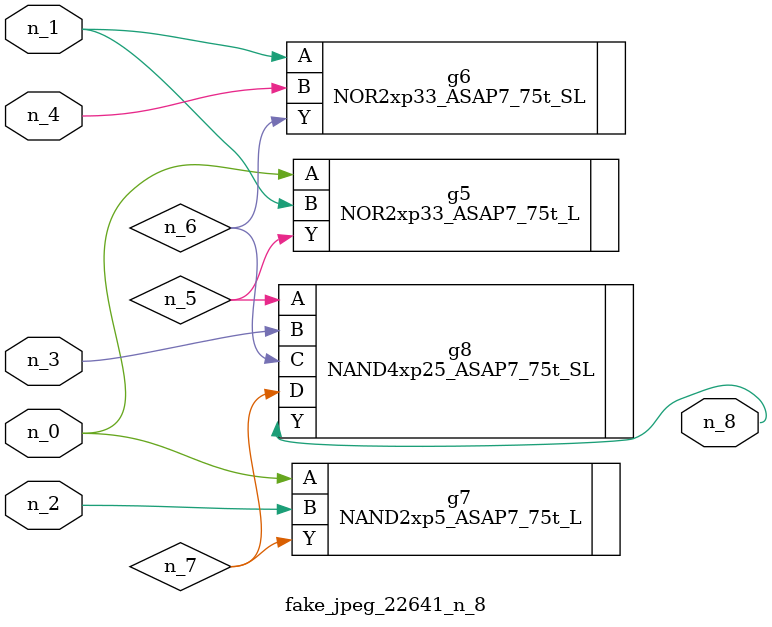
<source format=v>
module fake_jpeg_22641_n_8 (n_3, n_2, n_1, n_0, n_4, n_8);

input n_3;
input n_2;
input n_1;
input n_0;
input n_4;

output n_8;

wire n_6;
wire n_5;
wire n_7;

NOR2xp33_ASAP7_75t_L g5 ( 
.A(n_0),
.B(n_1),
.Y(n_5)
);

NOR2xp33_ASAP7_75t_SL g6 ( 
.A(n_1),
.B(n_4),
.Y(n_6)
);

NAND2xp5_ASAP7_75t_L g7 ( 
.A(n_0),
.B(n_2),
.Y(n_7)
);

NAND4xp25_ASAP7_75t_SL g8 ( 
.A(n_5),
.B(n_3),
.C(n_6),
.D(n_7),
.Y(n_8)
);


endmodule
</source>
